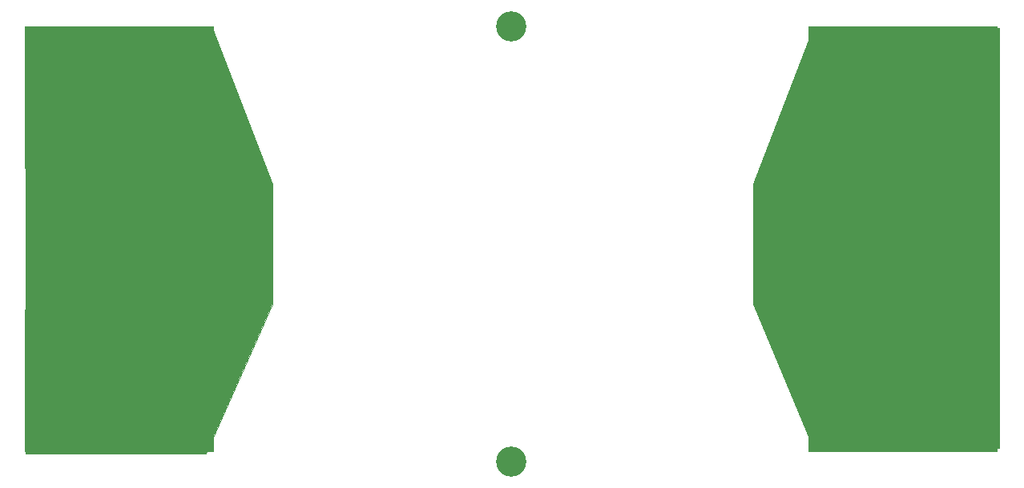
<source format=gbr>
G04 #@! TF.GenerationSoftware,KiCad,Pcbnew,(5.1.6)-1*
G04 #@! TF.CreationDate,2020-12-13T21:15:54+01:00*
G04 #@! TF.ProjectId,AR21_Battery_PCB,41523231-5f42-4617-9474-6572795f5043,rev?*
G04 #@! TF.SameCoordinates,Original*
G04 #@! TF.FileFunction,Soldermask,Bot*
G04 #@! TF.FilePolarity,Negative*
%FSLAX46Y46*%
G04 Gerber Fmt 4.6, Leading zero omitted, Abs format (unit mm)*
G04 Created by KiCad (PCBNEW (5.1.6)-1) date 2020-12-13 21:15:54*
%MOMM*%
%LPD*%
G01*
G04 APERTURE LIST*
%ADD10C,0.100000*%
%ADD11C,3.200000*%
%ADD12R,20.100000X15.100000*%
%ADD13C,3.300000*%
%ADD14C,5.200000*%
G04 APERTURE END LIST*
D10*
G36*
X115189000Y-95758000D02*
G01*
X115189000Y-108458000D01*
X108204000Y-124333000D01*
X89154000Y-124333000D01*
X89154000Y-79248000D01*
X108839000Y-79248000D01*
X115189000Y-95758000D01*
G37*
X115189000Y-95758000D02*
X115189000Y-108458000D01*
X108204000Y-124333000D01*
X89154000Y-124333000D01*
X89154000Y-79248000D01*
X108839000Y-79248000D01*
X115189000Y-95758000D01*
G36*
X192024000Y-123698000D02*
G01*
X172339000Y-123698000D01*
X165989000Y-108458000D01*
X165989000Y-95758000D01*
X172339000Y-79248000D01*
X192024000Y-79248000D01*
X192024000Y-123698000D01*
G37*
X192024000Y-123698000D02*
X172339000Y-123698000D01*
X165989000Y-108458000D01*
X165989000Y-95758000D01*
X172339000Y-79248000D01*
X192024000Y-79248000D01*
X192024000Y-123698000D01*
D11*
X140462000Y-79108000D03*
X140462000Y-125108000D03*
D12*
X99060000Y-86600000D03*
X99060000Y-116600000D03*
D13*
X103515000Y-97673000D03*
X107950000Y-97673000D03*
X112385000Y-97673000D03*
X103515000Y-102108000D03*
D14*
X107950000Y-102108000D03*
D13*
X112385000Y-102108000D03*
X103515000Y-106543000D03*
X107950000Y-106543000D03*
X112385000Y-106543000D03*
D12*
X181864000Y-86600000D03*
X181864000Y-116600000D03*
D13*
X168539000Y-97673000D03*
X172974000Y-97673000D03*
X177409000Y-97673000D03*
X168539000Y-102108000D03*
D14*
X172974000Y-102108000D03*
D13*
X177409000Y-102108000D03*
X168539000Y-106543000D03*
X172974000Y-106543000D03*
X177409000Y-106543000D03*
M02*

</source>
